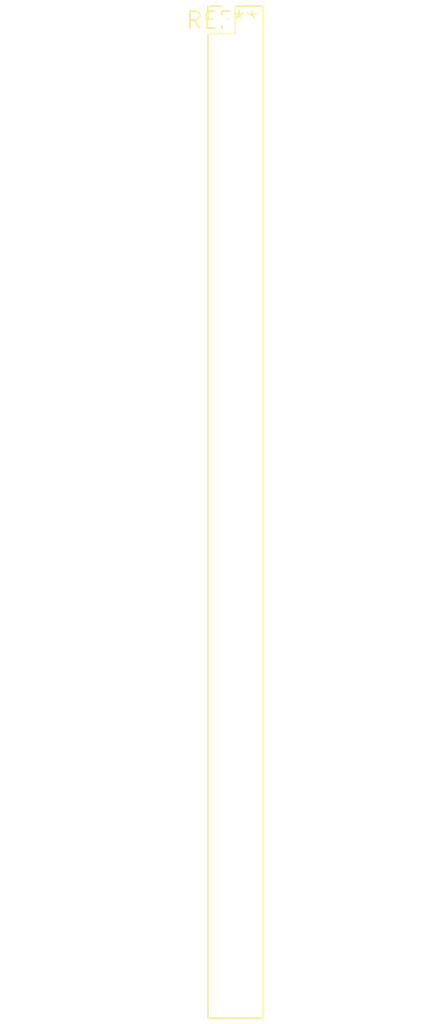
<source format=kicad_pcb>
(kicad_pcb (version 20240108) (generator pcbnew)
  (layers (0 "F.Cu" signal) (31 "B.Cu" signal) (34 "B.Paste" user) (35 "F.Paste" user) (36 "B.SilkS" user "B.Silkscreen") (37 "F.SilkS" user "F.Silkscreen") (38 "B.Mask" user) (39 "F.Mask" user) (44 "Edge.Cuts" user))
  (net 0 "")
  (footprint "PinHeader_2x38_P2.00mm_Vertical" (layer "F.Cu") (at 0 0)
    (property "Reference" "REF**")
    (property "Value" "PinHeader_2x38_P2.00mm_Vertical")
    (fp_line (start -1.06 -1.06) (end 0 -1.06) (layer "F.SilkS") (stroke (width 0.12)))
    (fp_line (start -1.06 0) (end -1.06 -1.06) (layer "F.SilkS") (stroke (width 0.12)))
    (fp_line (start -1.06 1) (end -1.06 75.06) (layer "F.SilkS") (stroke (width 0.12)))
    (fp_line (start -1.06 1) (end 1 1) (layer "F.SilkS") (stroke (width 0.12)))
    (fp_line (start -1.06 75.06) (end 3.06 75.06) (layer "F.SilkS") (stroke (width 0.12)))
    (fp_line (start 1 -1.06) (end 3.06 -1.06) (layer "F.SilkS") (stroke (width 0.12)))
    (fp_line (start 1 1) (end 1 -1.06) (layer "F.SilkS") (stroke (width 0.12)))
    (fp_line (start 3.06 -1.06) (end 3.06 75.06) (layer "F.SilkS") (stroke (width 0.12)))
    (pad "1" thru_hole rect (at 0 0) (size 1.35 1.35) (drill 0.8) (layers *.Cu *.Mask) (remove_unused_layers))
    (pad "2" thru_hole oval (at 2 0) (size 1.35 1.35) (drill 0.8) (layers *.Cu *.Mask) (remove_unused_layers))
    (pad "3" thru_hole oval (at 0 2) (size 1.35 1.35) (drill 0.8) (layers *.Cu *.Mask) (remove_unused_layers))
    (pad "4" thru_hole oval (at 2 2) (size 1.35 1.35) (drill 0.8) (layers *.Cu *.Mask) (remove_unused_layers))
    (pad "5" thru_hole oval (at 0 4) (size 1.35 1.35) (drill 0.8) (layers *.Cu *.Mask) (remove_unused_layers))
    (pad "6" thru_hole oval (at 2 4) (size 1.35 1.35) (drill 0.8) (layers *.Cu *.Mask) (remove_unused_layers))
    (pad "7" thru_hole oval (at 0 6) (size 1.35 1.35) (drill 0.8) (layers *.Cu *.Mask) (remove_unused_layers))
    (pad "8" thru_hole oval (at 2 6) (size 1.35 1.35) (drill 0.8) (layers *.Cu *.Mask) (remove_unused_layers))
    (pad "9" thru_hole oval (at 0 8) (size 1.35 1.35) (drill 0.8) (layers *.Cu *.Mask) (remove_unused_layers))
    (pad "10" thru_hole oval (at 2 8) (size 1.35 1.35) (drill 0.8) (layers *.Cu *.Mask) (remove_unused_layers))
    (pad "11" thru_hole oval (at 0 10) (size 1.35 1.35) (drill 0.8) (layers *.Cu *.Mask) (remove_unused_layers))
    (pad "12" thru_hole oval (at 2 10) (size 1.35 1.35) (drill 0.8) (layers *.Cu *.Mask) (remove_unused_layers))
    (pad "13" thru_hole oval (at 0 12) (size 1.35 1.35) (drill 0.8) (layers *.Cu *.Mask) (remove_unused_layers))
    (pad "14" thru_hole oval (at 2 12) (size 1.35 1.35) (drill 0.8) (layers *.Cu *.Mask) (remove_unused_layers))
    (pad "15" thru_hole oval (at 0 14) (size 1.35 1.35) (drill 0.8) (layers *.Cu *.Mask) (remove_unused_layers))
    (pad "16" thru_hole oval (at 2 14) (size 1.35 1.35) (drill 0.8) (layers *.Cu *.Mask) (remove_unused_layers))
    (pad "17" thru_hole oval (at 0 16) (size 1.35 1.35) (drill 0.8) (layers *.Cu *.Mask) (remove_unused_layers))
    (pad "18" thru_hole oval (at 2 16) (size 1.35 1.35) (drill 0.8) (layers *.Cu *.Mask) (remove_unused_layers))
    (pad "19" thru_hole oval (at 0 18) (size 1.35 1.35) (drill 0.8) (layers *.Cu *.Mask) (remove_unused_layers))
    (pad "20" thru_hole oval (at 2 18) (size 1.35 1.35) (drill 0.8) (layers *.Cu *.Mask) (remove_unused_layers))
    (pad "21" thru_hole oval (at 0 20) (size 1.35 1.35) (drill 0.8) (layers *.Cu *.Mask) (remove_unused_layers))
    (pad "22" thru_hole oval (at 2 20) (size 1.35 1.35) (drill 0.8) (layers *.Cu *.Mask) (remove_unused_layers))
    (pad "23" thru_hole oval (at 0 22) (size 1.35 1.35) (drill 0.8) (layers *.Cu *.Mask) (remove_unused_layers))
    (pad "24" thru_hole oval (at 2 22) (size 1.35 1.35) (drill 0.8) (layers *.Cu *.Mask) (remove_unused_layers))
    (pad "25" thru_hole oval (at 0 24) (size 1.35 1.35) (drill 0.8) (layers *.Cu *.Mask) (remove_unused_layers))
    (pad "26" thru_hole oval (at 2 24) (size 1.35 1.35) (drill 0.8) (layers *.Cu *.Mask) (remove_unused_layers))
    (pad "27" thru_hole oval (at 0 26) (size 1.35 1.35) (drill 0.8) (layers *.Cu *.Mask) (remove_unused_layers))
    (pad "28" thru_hole oval (at 2 26) (size 1.35 1.35) (drill 0.8) (layers *.Cu *.Mask) (remove_unused_layers))
    (pad "29" thru_hole oval (at 0 28) (size 1.35 1.35) (drill 0.8) (layers *.Cu *.Mask) (remove_unused_layers))
    (pad "30" thru_hole oval (at 2 28) (size 1.35 1.35) (drill 0.8) (layers *.Cu *.Mask) (remove_unused_layers))
    (pad "31" thru_hole oval (at 0 30) (size 1.35 1.35) (drill 0.8) (layers *.Cu *.Mask) (remove_unused_layers))
    (pad "32" thru_hole oval (at 2 30) (size 1.35 1.35) (drill 0.8) (layers *.Cu *.Mask) (remove_unused_layers))
    (pad "33" thru_hole oval (at 0 32) (size 1.35 1.35) (drill 0.8) (layers *.Cu *.Mask) (remove_unused_layers))
    (pad "34" thru_hole oval (at 2 32) (size 1.35 1.35) (drill 0.8) (layers *.Cu *.Mask) (remove_unused_layers))
    (pad "35" thru_hole oval (at 0 34) (size 1.35 1.35) (drill 0.8) (layers *.Cu *.Mask) (remove_unused_layers))
    (pad "36" thru_hole oval (at 2 34) (size 1.35 1.35) (drill 0.8) (layers *.Cu *.Mask) (remove_unused_layers))
    (pad "37" thru_hole oval (at 0 36) (size 1.35 1.35) (drill 0.8) (layers *.Cu *.Mask) (remove_unused_layers))
    (pad "38" thru_hole oval (at 2 36) (size 1.35 1.35) (drill 0.8) (layers *.Cu *.Mask) (remove_unused_layers))
    (pad "39" thru_hole oval (at 0 38) (size 1.35 1.35) (drill 0.8) (layers *.Cu *.Mask) (remove_unused_layers))
    (pad "40" thru_hole oval (at 2 38) (size 1.35 1.35) (drill 0.8) (layers *.Cu *.Mask) (remove_unused_layers))
    (pad "41" thru_hole oval (at 0 40) (size 1.35 1.35) (drill 0.8) (layers *.Cu *.Mask) (remove_unused_layers))
    (pad "42" thru_hole oval (at 2 40) (size 1.35 1.35) (drill 0.8) (layers *.Cu *.Mask) (remove_unused_layers))
    (pad "43" thru_hole oval (at 0 42) (size 1.35 1.35) (drill 0.8) (layers *.Cu *.Mask) (remove_unused_layers))
    (pad "44" thru_hole oval (at 2 42) (size 1.35 1.35) (drill 0.8) (layers *.Cu *.Mask) (remove_unused_layers))
    (pad "45" thru_hole oval (at 0 44) (size 1.35 1.35) (drill 0.8) (layers *.Cu *.Mask) (remove_unused_layers))
    (pad "46" thru_hole oval (at 2 44) (size 1.35 1.35) (drill 0.8) (layers *.Cu *.Mask) (remove_unused_layers))
    (pad "47" thru_hole oval (at 0 46) (size 1.35 1.35) (drill 0.8) (layers *.Cu *.Mask) (remove_unused_layers))
    (pad "48" thru_hole oval (at 2 46) (size 1.35 1.35) (drill 0.8) (layers *.Cu *.Mask) (remove_unused_layers))
    (pad "49" thru_hole oval (at 0 48) (size 1.35 1.35) (drill 0.8) (layers *.Cu *.Mask) (remove_unused_layers))
    (pad "50" thru_hole oval (at 2 48) (size 1.35 1.35) (drill 0.8) (layers *.Cu *.Mask) (remove_unused_layers))
    (pad "51" thru_hole oval (at 0 50) (size 1.35 1.35) (drill 0.8) (layers *.Cu *.Mask) (remove_unused_layers))
    (pad "52" thru_hole oval (at 2 50) (size 1.35 1.35) (drill 0.8) (layers *.Cu *.Mask) (remove_unused_layers))
    (pad "53" thru_hole oval (at 0 52) (size 1.35 1.35) (drill 0.8) (layers *.Cu *.Mask) (remove_unused_layers))
    (pad "54" thru_hole oval (at 2 52) (size 1.35 1.35) (drill 0.8) (layers *.Cu *.Mask) (remove_unused_layers))
    (pad "55" thru_hole oval (at 0 54) (size 1.35 1.35) (drill 0.8) (layers *.Cu *.Mask) (remove_unused_layers))
    (pad "56" thru_hole oval (at 2 54) (size 1.35 1.35) (drill 0.8) (layers *.Cu *.Mask) (remove_unused_layers))
    (pad "57" thru_hole oval (at 0 56) (size 1.35 1.35) (drill 0.8) (layers *.Cu *.Mask) (remove_unused_layers))
    (pad "58" thru_hole oval (at 2 56) (size 1.35 1.35) (drill 0.8) (layers *.Cu *.Mask) (remove_unused_layers))
    (pad "59" thru_hole oval (at 0 58) (size 1.35 1.35) (drill 0.8) (layers *.Cu *.Mask) (remove_unused_layers))
    (pad "60" thru_hole oval (at 2 58) (size 1.35 1.35) (drill 0.8) (layers *.Cu *.Mask) (remove_unused_layers))
    (pad "61" thru_hole oval (at 0 60) (size 1.35 1.35) (drill 0.8) (layers *.Cu *.Mask) (remove_unused_layers))
    (pad "62" thru_hole oval (at 2 60) (size 1.35 1.35) (drill 0.8) (layers *.Cu *.Mask) (remove_unused_layers))
    (pad "63" thru_hole oval (at 0 62) (size 1.35 1.35) (drill 0.8) (layers *.Cu *.Mask) (remove_unused_layers))
    (pad "64" thru_hole oval (at 2 62) (size 1.35 1.35) (drill 0.8) (layers *.Cu *.Mask) (remove_unused_layers))
    (pad "65" thru_hole oval (at 0 64) (size 1.35 1.35) (drill 0.8) (layers *.Cu *.Mask) (remove_unused_layers))
    (pad "66" thru_hole oval (at 2 64) (size 1.35 1.35) (drill 0.8) (layers *.Cu *.Mask) (remove_unused_layers))
    (pad "67" thru_hole oval (at 0 66) (size 1.35 1.35) (drill 0.8) (layers *.Cu *.Mask) (remove_unused_layers))
    (pad "68" thru_hole oval (at 2 66) (size 1.35 1.35) (drill 0.8) (layers *.Cu *.Mask) (remove_unused_layers))
    (pad "69" thru_hole oval (at 0 68) (size 1.35 1.35) (drill 0.8) (layers *.Cu *.Mask) (remove_unused_layers))
    (pad "70" thru_hole oval (at 2 68) (size 1.35 1.35) (drill 0.8) (layers *.Cu *.Mask) (remove_unused_layers))
    (pad "71" thru_hole oval (at 0 70) (size 1.35 1.35) (drill 0.8) (layers *.Cu *.Mask) (remove_unused_layers))
    (pad "72" thru_hole oval (at 2 70) (size 1.35 1.35) (drill 0.8) (layers *.Cu *.Mask) (remove_unused_layers))
    (pad "73" thru_hole oval (at 0 72) (size 1.35 1.35) (drill 0.8) (layers *.Cu *.Mask) (remove_unused_layers))
    (pad "74" thru_hole oval (at 2 72) (size 1.35 1.35) (drill 0.8) (layers *.Cu *.Mask) (remove_unused_layers))
    (pad "75" thru_hole oval (at 0 74) (size 1.35 1.35) (drill 0.8) (layers *.Cu *.Mask) (remove_unused_layers))
    (pad "76" thru_hole oval (at 2 74) (size 1.35 1.35) (drill 0.8) (layers *.Cu *.Mask) (remove_unused_layers))
  )
)
</source>
